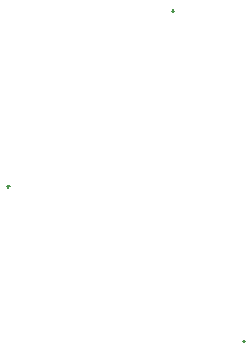
<source format=gbr>
G04*
G04 #@! TF.GenerationSoftware,Altium Limited,Altium Designer,24.2.2 (26)*
G04*
G04 Layer_Color=128*
%FSLAX44Y44*%
%MOMM*%
G71*
G04*
G04 #@! TF.SameCoordinates,D1F85D35-12B9-47B7-842E-F7ABDB1EEA32*
G04*
G04*
G04 #@! TF.FilePolarity,Positive*
G04*
G01*
G75*
%ADD13C,0.1270*%
D13*
X443730Y682000D02*
X446270D01*
X445000Y680730D02*
Y683270D01*
X643508Y551072D02*
X645507D01*
X644507Y550071D02*
Y552071D01*
X583354Y830638D02*
X585354D01*
X584354Y829638D02*
Y831638D01*
M02*

</source>
